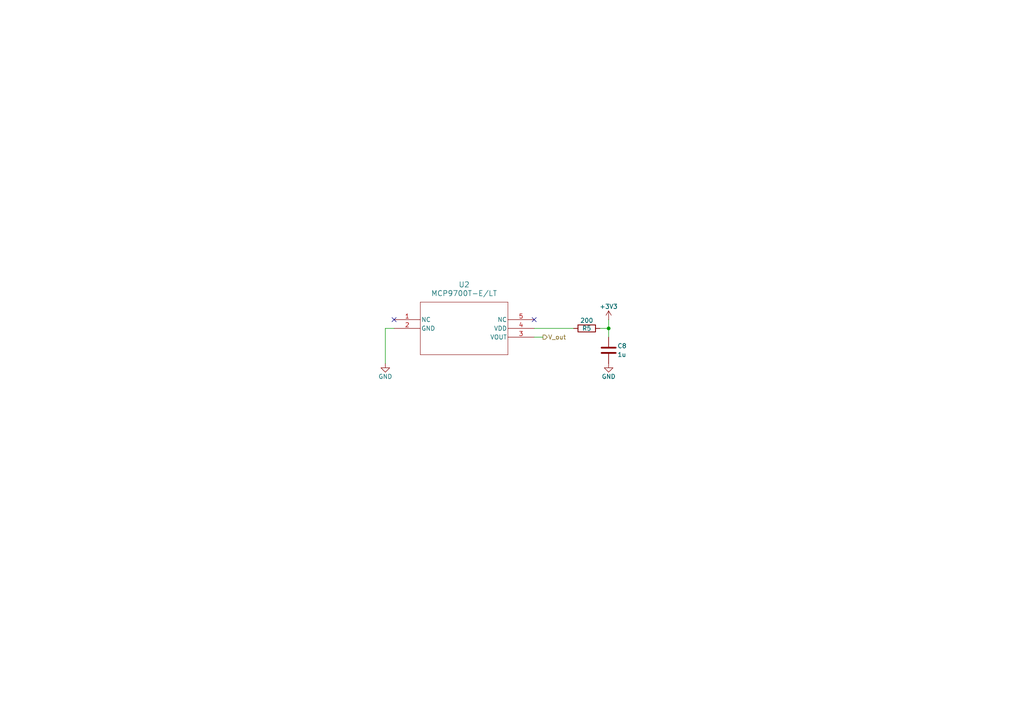
<source format=kicad_sch>
(kicad_sch (version 20231120) (generator "eeschema") (generator_version "8.0")
  (paper "A4")
  (title_block (title "Temperature Sensor") (company "Helena Hounds"))
  (lib_symbols
    (symbol "Dev_Board:MCP9700T-E_LT" (pin_names (offset 0.254))
      (property "Reference" "U" (at 20.32 10.16 0))
      (property "Value" "MCP9700T-E/LT" (at 20.32 7.62 0))
      (symbol "MCP9700T-E_LT_0_1"
        (polyline (pts (xy 7.62 -10.16) (xy 33.02 -10.16)) (stroke (width 0.127)))
        (polyline (pts (xy 7.62 5.08) (xy 7.62 -10.16)) (stroke (width 0.127)))
        (polyline (pts (xy 33.02 -10.16) (xy 33.02 5.08)) (stroke (width 0.127)))
        (polyline (pts (xy 33.02 5.08) (xy 7.62 5.08)) (stroke (width 0.127)))
        (pin unspecified line (at 0 0 0) (length 7.62) (name "NC") (number "1"))
        (pin unspecified line (at 0 -2.54 0) (length 7.62) (name "GND") (number "2"))
        (pin unspecified line (at 40.64 -5.08 180) (length 7.62) (name "VOUT") (number "3"))
      )
      (symbol "MCP9700T-E_LT_1_1"
        (pin unspecified line (at 40.64 -2.54 180) (length 7.62) (name "VDD") (number "4"))
        (pin unspecified line (at 40.64 0 180) (length 7.62) (name "NC") (number "5"))
      )
    )
    (symbol "Device:C" (pin_numbers hide) (pin_names (offset 0.254))
      (property "Reference" "C" (at 0.635 2.54 0))
      (property "Value" "C" (at 0.635 -2.54 0))
      (symbol "C_0_1"
        (polyline (pts (xy -2.032 -0.762) (xy 2.032 -0.762)) (stroke (width 0.508)))
        (polyline (pts (xy -2.032 0.762) (xy 2.032 0.762)) (stroke (width 0.508)))
      )
      (symbol "C_1_1"
        (pin passive line (at 0 3.81 270) (length 2.794) (name "~") (number "1"))
        (pin passive line (at 0 -3.81 90) (length 2.794) (name "~") (number "2"))
      )
    )
    (symbol "Device:R" (pin_numbers hide) (pin_names (offset 0))
      (property "Reference" "R" (at 2.032 0 90))
      (property "Value" "R" (at 0 0 90))
      (symbol "R_0_1"
        (rectangle (start -1.016 -2.54) (end 1.016 2.54) (stroke (width 0.254)))
      )
      (symbol "R_1_1"
        (pin passive line (at 0 3.81 270) (length 1.27) (name "~") (number "1"))
        (pin passive line (at 0 -3.81 90) (length 1.27) (name "~") (number "2"))
      )
    )
    (symbol "power:+3V3" (power) (pin_numbers hide) (pin_names (offset 0) hide)
      (property "Value" "+3V3" (at 0 3.556 0))
      (symbol "+3V3_0_1"
        (polyline (pts (xy -0.762 1.27) (xy 0 2.54)))
        (polyline (pts (xy 0 0) (xy 0 2.54)))
        (polyline (pts (xy 0 2.54) (xy 0.762 1.27)))
      )
      (symbol "+3V3_1_1"
        (pin power_in line (at 0 0 90) (length 0) (name "~") (number "1"))
      )
    )
    (symbol "power:GND" (power) (pin_numbers hide) (pin_names (offset 0) hide)
      (property "Value" "GND" (at 0 -3.81 0))
      (symbol "GND_0_1"
        (polyline (pts (xy 0 0) (xy 0 -1.27) (xy 1.27 -1.27) (xy 0 -2.54) (xy -1.27 -1.27) (xy 0 -1.27)))
      )
      (symbol "GND_1_1"
        (pin power_in line (at 0 0 270) (length 0) (name "~") (number "1"))
      )
    )
  )
  (junction (at 176.53 95.25))
  (no_connect (at 114.3 92.71))
  (no_connect (at 154.94 92.71))
  (wire (pts (xy 176.53 92.71) (xy 176.53 95.25)))
  (wire (pts (xy 111.76 105.41) (xy 111.76 95.25)))
  (wire (pts (xy 111.76 95.25) (xy 114.3 95.25)))
  (wire (pts (xy 154.94 95.25) (xy 166.37 95.25)))
  (wire (pts (xy 154.94 97.79) (xy 157.48 97.79)))
  (wire (pts (xy 176.53 95.25) (xy 176.53 97.79)))
  (wire (pts (xy 173.99 95.25) (xy 176.53 95.25)))
  (hierarchical_label "V_out" (shape output) (at 157.48 97.79 0))
  (symbol (lib_id "Device:R") (at 170.18 95.25 90) (unit 1)
    (property "Reference" "R5" (at 170.18 95.25 90))
    (property "Value" "200" (at 170.18 92.964 90))
    (property "Description" "Resistor" (effects (hide yes)))
  )
  (symbol (lib_id "Device:C") (at 176.53 101.6 0) (unit 1)
    (property "Reference" "C8" (at 179.07 100.33 0) (effects (justify left)))
    (property "Value" "1u" (at 179.07 102.87 0) (effects (justify left)))
    (property "Description" "Unpolarized capacitor" (effects (hide yes)))
  )
  (symbol (lib_id "power:+3V3") (at 176.53 92.71 0) (unit 1)
    (property "Reference" "#PWR016" (effects (hide yes)))
    (property "Value" "+3V3" (at 176.53 88.9 0))
    (property "Description" "Power symbol creates a global label with name \"+3V3\"" (effects (hide yes)))
  )
  (symbol (lib_id "power:GND") (at 176.53 105.41 0) (unit 1)
    (property "Reference" "#PWR015" (effects (hide yes)))
    (property "Value" "GND" (at 176.53 109.22 0))
    (property "Description" "Power symbol creates a global label with name \"GND\" , ground" (effects (hide yes)))
  )
  (symbol (lib_id "power:GND") (at 111.76 105.41 0) (unit 1)
    (property "Reference" "#PWR014" (effects (hide yes)))
    (property "Value" "GND" (at 111.76 109.22 0))
    (property "Description" "Power symbol creates a global label with name \"GND\" , ground" (effects (hide yes)))
  )
  (symbol (lib_id "Dev_Board:MCP9700T-E_LT") (at 114.3 92.71 0) (unit 1)
    (property "Reference" "U2" (at 134.62 82.55 0) (effects (font (size 1.524 1.524))))
    (property "Value" "MCP9700T-E/LT" (at 134.62 85.09 0) (effects (font (size 1.524 1.524))))
    (property "Footprint" "SC70-5_MC_MCH" (effects (hide yes)))
    (property "Datasheet" "MCP9700T-E/LT" (effects (hide yes)))
  )
)
</source>
